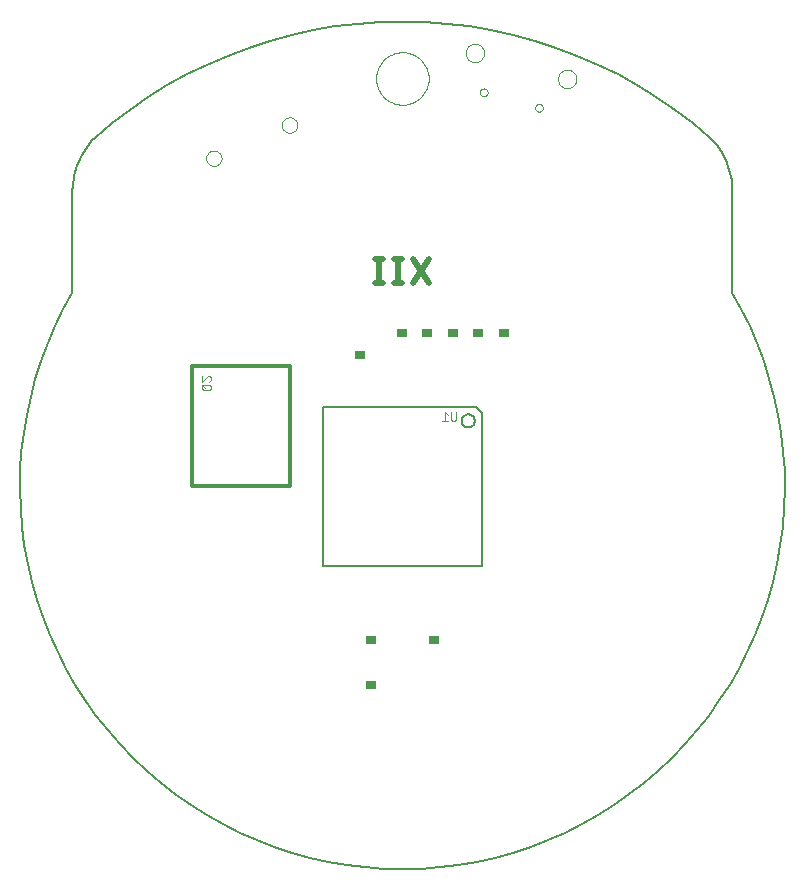
<source format=gbo>
G75*
G70*
%OFA0B0*%
%FSLAX24Y24*%
%IPPOS*%
%LPD*%
%AMOC8*
5,1,8,0,0,1.08239X$1,22.5*
%
%ADD10C,0.0050*%
%ADD11C,0.0200*%
%ADD12C,0.0000*%
%ADD13C,0.0060*%
%ADD14C,0.0040*%
%ADD15R,0.0350X0.0250*%
%ADD16R,0.0350X0.0300*%
%ADD17C,0.0120*%
D10*
X004605Y022052D02*
X004303Y021507D01*
X004029Y020948D01*
X003781Y020376D01*
X003562Y019793D01*
X003372Y019200D01*
X003211Y018598D01*
X003080Y017989D01*
X002978Y017375D01*
X002907Y016756D01*
X002866Y016134D01*
X002855Y015512D01*
X002875Y014889D01*
X002925Y014268D01*
X003006Y013651D01*
X003116Y013038D01*
X003256Y012431D01*
X003426Y011831D01*
X003625Y011241D01*
X003852Y010661D01*
X004108Y010093D01*
X004391Y009538D01*
X004701Y008998D01*
X005036Y008473D01*
X005397Y007965D01*
X005782Y007476D01*
X006191Y007006D01*
X006622Y006556D01*
X007075Y006129D01*
X007548Y005723D01*
X008040Y005342D01*
X008551Y004984D01*
X009078Y004653D01*
X009620Y004347D01*
X010177Y004068D01*
X010747Y003817D01*
X011329Y003593D01*
X011921Y003399D01*
X012521Y003234D01*
X013129Y003098D01*
X013743Y002992D01*
X014361Y002916D01*
X014982Y002870D01*
X015605Y002855D01*
X016228Y002870D01*
X016849Y002916D01*
X017467Y002992D01*
X018081Y003098D01*
X018689Y003234D01*
X019289Y003399D01*
X019881Y003593D01*
X020463Y003817D01*
X021033Y004068D01*
X021590Y004347D01*
X022132Y004653D01*
X022659Y004984D01*
X023170Y005342D01*
X023662Y005723D01*
X024135Y006129D01*
X024588Y006556D01*
X025019Y007006D01*
X025428Y007476D01*
X025813Y007965D01*
X026174Y008473D01*
X026509Y008998D01*
X026819Y009538D01*
X027102Y010093D01*
X027358Y010661D01*
X027585Y011241D01*
X027784Y011831D01*
X027954Y012431D01*
X028094Y013038D01*
X028204Y013651D01*
X028285Y014268D01*
X028335Y014889D01*
X028355Y015512D01*
X028344Y016134D01*
X028303Y016756D01*
X028232Y017375D01*
X028130Y017989D01*
X027999Y018598D01*
X027838Y019200D01*
X027648Y019793D01*
X027429Y020376D01*
X027181Y020948D01*
X026907Y021507D01*
X026605Y022052D01*
X026605Y025480D01*
X026601Y025595D01*
X026592Y025710D01*
X026577Y025824D01*
X026557Y025937D01*
X026532Y026050D01*
X026502Y026161D01*
X026466Y026270D01*
X026426Y026378D01*
X026381Y026484D01*
X026331Y026587D01*
X026276Y026688D01*
X026216Y026787D01*
X026153Y026882D01*
X026084Y026975D01*
X026012Y027064D01*
X025935Y027150D01*
X025855Y027232D01*
X025283Y027712D01*
X024689Y028164D01*
X024074Y028587D01*
X023439Y028980D01*
X022786Y029341D01*
X022116Y029671D01*
X021431Y029968D01*
X020733Y030232D01*
X020023Y030462D01*
X019302Y030658D01*
X018573Y030818D01*
X017837Y030943D01*
X017096Y031033D01*
X016351Y031087D01*
X015605Y031105D01*
X014859Y031087D01*
X014114Y031033D01*
X013373Y030943D01*
X012637Y030818D01*
X011908Y030658D01*
X011187Y030462D01*
X010477Y030232D01*
X009779Y029968D01*
X009094Y029671D01*
X008424Y029341D01*
X007771Y028980D01*
X007136Y028587D01*
X006521Y028164D01*
X005927Y027712D01*
X005355Y027232D01*
X004605Y025355D02*
X004605Y022052D01*
X004605Y025355D02*
X004606Y025477D01*
X004613Y025599D01*
X004626Y025720D01*
X004644Y025841D01*
X004668Y025960D01*
X004697Y026079D01*
X004732Y026196D01*
X004772Y026311D01*
X004817Y026424D01*
X004867Y026535D01*
X004923Y026644D01*
X004983Y026750D01*
X005049Y026853D01*
X005119Y026953D01*
X005193Y027050D01*
X005272Y027143D01*
X005355Y027232D01*
D11*
X014703Y023181D02*
X014970Y023181D01*
X014837Y023181D02*
X014837Y022380D01*
X014970Y022380D02*
X014703Y022380D01*
X015317Y022380D02*
X015584Y022380D01*
X015451Y022380D02*
X015451Y023181D01*
X015584Y023181D02*
X015317Y023181D01*
X015971Y023181D02*
X016505Y022380D01*
X015971Y022380D02*
X016505Y023181D01*
D12*
X011590Y027653D02*
X011592Y027684D01*
X011598Y027715D01*
X011607Y027745D01*
X011620Y027774D01*
X011637Y027801D01*
X011657Y027825D01*
X011679Y027847D01*
X011705Y027866D01*
X011732Y027882D01*
X011761Y027894D01*
X011791Y027903D01*
X011822Y027908D01*
X011854Y027909D01*
X011885Y027906D01*
X011916Y027899D01*
X011946Y027889D01*
X011974Y027875D01*
X012000Y027857D01*
X012024Y027837D01*
X012045Y027813D01*
X012064Y027788D01*
X012079Y027760D01*
X012090Y027731D01*
X012098Y027700D01*
X012102Y027669D01*
X012102Y027637D01*
X012098Y027606D01*
X012090Y027575D01*
X012079Y027546D01*
X012064Y027518D01*
X012045Y027493D01*
X012024Y027469D01*
X012000Y027449D01*
X011974Y027431D01*
X011946Y027417D01*
X011916Y027407D01*
X011885Y027400D01*
X011854Y027397D01*
X011822Y027398D01*
X011791Y027403D01*
X011761Y027412D01*
X011732Y027424D01*
X011705Y027440D01*
X011679Y027459D01*
X011657Y027481D01*
X011637Y027505D01*
X011620Y027532D01*
X011607Y027561D01*
X011598Y027591D01*
X011592Y027622D01*
X011590Y027653D01*
X009064Y026549D02*
X009066Y026580D01*
X009072Y026611D01*
X009081Y026641D01*
X009094Y026670D01*
X009111Y026697D01*
X009131Y026721D01*
X009153Y026743D01*
X009179Y026762D01*
X009206Y026778D01*
X009235Y026790D01*
X009265Y026799D01*
X009296Y026804D01*
X009328Y026805D01*
X009359Y026802D01*
X009390Y026795D01*
X009420Y026785D01*
X009448Y026771D01*
X009474Y026753D01*
X009498Y026733D01*
X009519Y026709D01*
X009538Y026684D01*
X009553Y026656D01*
X009564Y026627D01*
X009572Y026596D01*
X009576Y026565D01*
X009576Y026533D01*
X009572Y026502D01*
X009564Y026471D01*
X009553Y026442D01*
X009538Y026414D01*
X009519Y026389D01*
X009498Y026365D01*
X009474Y026345D01*
X009448Y026327D01*
X009420Y026313D01*
X009390Y026303D01*
X009359Y026296D01*
X009328Y026293D01*
X009296Y026294D01*
X009265Y026299D01*
X009235Y026308D01*
X009206Y026320D01*
X009179Y026336D01*
X009153Y026355D01*
X009131Y026377D01*
X009111Y026401D01*
X009094Y026428D01*
X009081Y026457D01*
X009072Y026487D01*
X009066Y026518D01*
X009064Y026549D01*
X014730Y029205D02*
X014732Y029264D01*
X014738Y029323D01*
X014748Y029381D01*
X014762Y029439D01*
X014779Y029495D01*
X014801Y029550D01*
X014826Y029604D01*
X014855Y029655D01*
X014887Y029705D01*
X014922Y029752D01*
X014961Y029797D01*
X015002Y029839D01*
X015046Y029878D01*
X015093Y029915D01*
X015142Y029948D01*
X015193Y029977D01*
X015246Y030003D01*
X015301Y030026D01*
X015357Y030044D01*
X015414Y030059D01*
X015473Y030070D01*
X015531Y030077D01*
X015590Y030080D01*
X015649Y030079D01*
X015708Y030074D01*
X015767Y030065D01*
X015824Y030052D01*
X015881Y030035D01*
X015936Y030015D01*
X015990Y029991D01*
X016042Y029963D01*
X016093Y029932D01*
X016141Y029897D01*
X016186Y029859D01*
X016229Y029818D01*
X016269Y029775D01*
X016306Y029729D01*
X016340Y029680D01*
X016370Y029630D01*
X016397Y029577D01*
X016420Y029523D01*
X016440Y029467D01*
X016456Y029410D01*
X016468Y029352D01*
X016476Y029294D01*
X016480Y029235D01*
X016480Y029175D01*
X016476Y029116D01*
X016468Y029058D01*
X016456Y029000D01*
X016440Y028943D01*
X016420Y028887D01*
X016397Y028833D01*
X016370Y028780D01*
X016340Y028730D01*
X016306Y028681D01*
X016269Y028635D01*
X016229Y028592D01*
X016186Y028551D01*
X016141Y028513D01*
X016093Y028478D01*
X016043Y028447D01*
X015990Y028419D01*
X015936Y028395D01*
X015881Y028375D01*
X015824Y028358D01*
X015767Y028345D01*
X015708Y028336D01*
X015649Y028331D01*
X015590Y028330D01*
X015531Y028333D01*
X015473Y028340D01*
X015414Y028351D01*
X015357Y028366D01*
X015301Y028384D01*
X015246Y028407D01*
X015193Y028433D01*
X015142Y028462D01*
X015093Y028495D01*
X015046Y028532D01*
X015002Y028571D01*
X014961Y028613D01*
X014922Y028658D01*
X014887Y028705D01*
X014855Y028755D01*
X014826Y028806D01*
X014801Y028860D01*
X014779Y028915D01*
X014762Y028971D01*
X014748Y029029D01*
X014738Y029087D01*
X014732Y029146D01*
X014730Y029205D01*
X017712Y030056D02*
X017714Y030091D01*
X017720Y030125D01*
X017730Y030158D01*
X017743Y030191D01*
X017760Y030221D01*
X017781Y030249D01*
X017804Y030275D01*
X017831Y030298D01*
X017859Y030317D01*
X017890Y030333D01*
X017923Y030346D01*
X017956Y030355D01*
X017991Y030360D01*
X018026Y030361D01*
X018060Y030358D01*
X018095Y030351D01*
X018128Y030340D01*
X018159Y030326D01*
X018189Y030308D01*
X018217Y030287D01*
X018242Y030262D01*
X018264Y030235D01*
X018283Y030206D01*
X018298Y030175D01*
X018310Y030142D01*
X018318Y030108D01*
X018322Y030073D01*
X018322Y030039D01*
X018318Y030004D01*
X018310Y029970D01*
X018298Y029937D01*
X018283Y029906D01*
X018264Y029877D01*
X018242Y029850D01*
X018217Y029825D01*
X018189Y029804D01*
X018159Y029786D01*
X018128Y029772D01*
X018095Y029761D01*
X018060Y029754D01*
X018026Y029751D01*
X017991Y029752D01*
X017956Y029757D01*
X017923Y029766D01*
X017890Y029779D01*
X017859Y029795D01*
X017831Y029814D01*
X017804Y029837D01*
X017781Y029863D01*
X017760Y029891D01*
X017743Y029921D01*
X017730Y029954D01*
X017720Y029987D01*
X017714Y030021D01*
X017712Y030056D01*
X018190Y028745D02*
X018192Y028767D01*
X018198Y028789D01*
X018207Y028809D01*
X018220Y028827D01*
X018236Y028843D01*
X018254Y028856D01*
X018274Y028865D01*
X018296Y028871D01*
X018318Y028873D01*
X018340Y028871D01*
X018362Y028865D01*
X018382Y028856D01*
X018400Y028843D01*
X018416Y028827D01*
X018429Y028809D01*
X018438Y028789D01*
X018444Y028767D01*
X018446Y028745D01*
X018444Y028723D01*
X018438Y028701D01*
X018429Y028681D01*
X018416Y028663D01*
X018400Y028647D01*
X018382Y028634D01*
X018362Y028625D01*
X018340Y028619D01*
X018318Y028617D01*
X018296Y028619D01*
X018274Y028625D01*
X018254Y028634D01*
X018236Y028647D01*
X018220Y028663D01*
X018207Y028681D01*
X018198Y028701D01*
X018192Y028723D01*
X018190Y028745D01*
X020029Y028228D02*
X020031Y028250D01*
X020037Y028272D01*
X020046Y028292D01*
X020059Y028310D01*
X020075Y028326D01*
X020093Y028339D01*
X020113Y028348D01*
X020135Y028354D01*
X020157Y028356D01*
X020179Y028354D01*
X020201Y028348D01*
X020221Y028339D01*
X020239Y028326D01*
X020255Y028310D01*
X020268Y028292D01*
X020277Y028272D01*
X020283Y028250D01*
X020285Y028228D01*
X020283Y028206D01*
X020277Y028184D01*
X020268Y028164D01*
X020255Y028146D01*
X020239Y028130D01*
X020221Y028117D01*
X020201Y028108D01*
X020179Y028102D01*
X020157Y028100D01*
X020135Y028102D01*
X020113Y028108D01*
X020093Y028117D01*
X020075Y028130D01*
X020059Y028146D01*
X020046Y028164D01*
X020037Y028184D01*
X020031Y028206D01*
X020029Y028228D01*
X020792Y029190D02*
X020794Y029225D01*
X020800Y029259D01*
X020810Y029292D01*
X020823Y029325D01*
X020840Y029355D01*
X020861Y029383D01*
X020884Y029409D01*
X020911Y029432D01*
X020939Y029451D01*
X020970Y029467D01*
X021003Y029480D01*
X021036Y029489D01*
X021071Y029494D01*
X021106Y029495D01*
X021140Y029492D01*
X021175Y029485D01*
X021208Y029474D01*
X021239Y029460D01*
X021269Y029442D01*
X021297Y029421D01*
X021322Y029396D01*
X021344Y029369D01*
X021363Y029340D01*
X021378Y029309D01*
X021390Y029276D01*
X021398Y029242D01*
X021402Y029207D01*
X021402Y029173D01*
X021398Y029138D01*
X021390Y029104D01*
X021378Y029071D01*
X021363Y029040D01*
X021344Y029011D01*
X021322Y028984D01*
X021297Y028959D01*
X021269Y028938D01*
X021239Y028920D01*
X021208Y028906D01*
X021175Y028895D01*
X021140Y028888D01*
X021106Y028885D01*
X021071Y028886D01*
X021036Y028891D01*
X021003Y028900D01*
X020970Y028913D01*
X020939Y028929D01*
X020911Y028948D01*
X020884Y028971D01*
X020861Y028997D01*
X020840Y029025D01*
X020823Y029055D01*
X020810Y029088D01*
X020800Y029121D01*
X020794Y029155D01*
X020792Y029190D01*
D13*
X018250Y012960D02*
X012960Y012960D01*
X012960Y018250D01*
X018045Y018250D01*
X018250Y018045D01*
X018250Y012960D01*
X017575Y017795D02*
X017577Y017824D01*
X017583Y017853D01*
X017592Y017881D01*
X017606Y017907D01*
X017622Y017931D01*
X017642Y017953D01*
X017665Y017972D01*
X017689Y017988D01*
X017716Y018000D01*
X017744Y018009D01*
X017773Y018014D01*
X017802Y018015D01*
X017832Y018012D01*
X017860Y018005D01*
X017888Y017995D01*
X017913Y017980D01*
X017937Y017963D01*
X017958Y017943D01*
X017976Y017920D01*
X017991Y017894D01*
X018003Y017867D01*
X018011Y017839D01*
X018015Y017810D01*
X018015Y017780D01*
X018011Y017751D01*
X018003Y017723D01*
X017991Y017696D01*
X017976Y017670D01*
X017958Y017647D01*
X017937Y017627D01*
X017913Y017610D01*
X017888Y017595D01*
X017860Y017585D01*
X017832Y017578D01*
X017802Y017575D01*
X017773Y017576D01*
X017744Y017581D01*
X017716Y017590D01*
X017689Y017602D01*
X017665Y017618D01*
X017642Y017637D01*
X017622Y017659D01*
X017606Y017683D01*
X017592Y017709D01*
X017583Y017737D01*
X017577Y017766D01*
X017575Y017795D01*
D14*
X017406Y017850D02*
X017406Y018084D01*
X017219Y018084D02*
X017219Y017850D01*
X017266Y017804D01*
X017359Y017804D01*
X017406Y017850D01*
X017111Y017804D02*
X016925Y017804D01*
X017018Y017804D02*
X017018Y018084D01*
X017111Y017990D01*
X009210Y018857D02*
X009164Y018811D01*
X008977Y018811D01*
X008930Y018857D01*
X008930Y018951D01*
X008977Y018998D01*
X009164Y018998D01*
X009210Y018951D01*
X009210Y018857D01*
X009023Y018904D02*
X008930Y018998D01*
X008930Y019105D02*
X009117Y019292D01*
X009164Y019292D01*
X009210Y019245D01*
X009210Y019152D01*
X009164Y019105D01*
X008930Y019105D02*
X008930Y019292D01*
D15*
X014188Y019980D03*
X014555Y010480D03*
X014555Y008980D03*
X016655Y010480D03*
D16*
X016430Y020730D03*
X015580Y020730D03*
X017280Y020730D03*
X018130Y020730D03*
X018980Y020730D03*
D17*
X011855Y019630D02*
X011855Y015630D01*
X008605Y015630D01*
X008605Y019630D01*
X011855Y019630D01*
M02*

</source>
